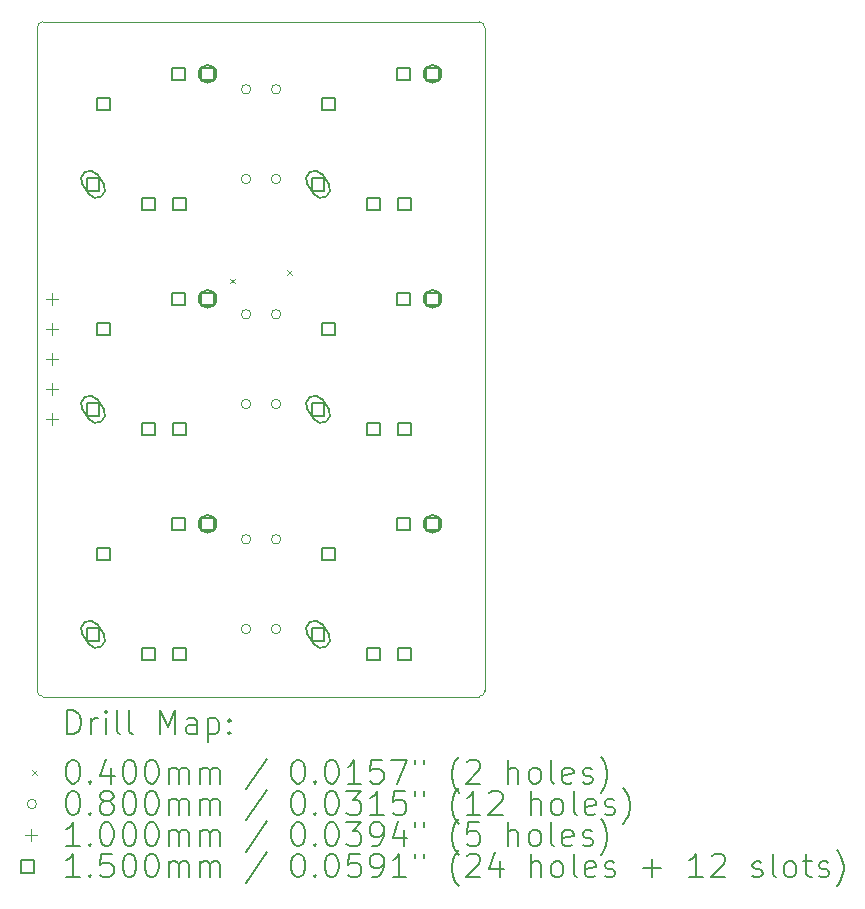
<source format=gbr>
%TF.GenerationSoftware,KiCad,Pcbnew,7.0.5*%
%TF.CreationDate,2023-08-10T21:36:42+08:00*%
%TF.ProjectId,RB,52422e6b-6963-4616-945f-706362585858,rev?*%
%TF.SameCoordinates,Original*%
%TF.FileFunction,Drillmap*%
%TF.FilePolarity,Positive*%
%FSLAX45Y45*%
G04 Gerber Fmt 4.5, Leading zero omitted, Abs format (unit mm)*
G04 Created by KiCad (PCBNEW 7.0.5) date 2023-08-10 21:36:42*
%MOMM*%
%LPD*%
G01*
G04 APERTURE LIST*
%ADD10C,0.100000*%
%ADD11C,0.200000*%
%ADD12C,0.040000*%
%ADD13C,0.080000*%
%ADD14C,0.150000*%
G04 APERTURE END LIST*
D10*
X15103500Y-10205500D02*
G75*
G03*
X15153500Y-10155500I0J50000D01*
G01*
X11413500Y-4490500D02*
G75*
G03*
X11363500Y-4540500I0J-50000D01*
G01*
X15153500Y-10155500D02*
X15153500Y-4540500D01*
X15103500Y-4490500D02*
X11413500Y-4490500D01*
X15153500Y-4540500D02*
G75*
G03*
X15103500Y-4490500I-50000J0D01*
G01*
X11363500Y-10155500D02*
G75*
G03*
X11413500Y-10205500I50000J0D01*
G01*
X15103500Y-10205500D02*
X11413500Y-10205500D01*
X11363500Y-4540500D02*
X11363500Y-10155500D01*
D11*
D12*
X12999000Y-6666000D02*
X13039000Y-6706000D01*
X13039000Y-6666000D02*
X12999000Y-6706000D01*
X13478000Y-6594000D02*
X13518000Y-6634000D01*
X13518000Y-6594000D02*
X13478000Y-6634000D01*
D13*
X13171500Y-5063000D02*
G75*
G03*
X13171500Y-5063000I-40000J0D01*
G01*
X13171500Y-5823000D02*
G75*
G03*
X13171500Y-5823000I-40000J0D01*
G01*
X13171500Y-6968000D02*
G75*
G03*
X13171500Y-6968000I-40000J0D01*
G01*
X13171500Y-7728000D02*
G75*
G03*
X13171500Y-7728000I-40000J0D01*
G01*
X13171500Y-8873000D02*
G75*
G03*
X13171500Y-8873000I-40000J0D01*
G01*
X13171500Y-9633000D02*
G75*
G03*
X13171500Y-9633000I-40000J0D01*
G01*
X13425500Y-5063000D02*
G75*
G03*
X13425500Y-5063000I-40000J0D01*
G01*
X13425500Y-5823000D02*
G75*
G03*
X13425500Y-5823000I-40000J0D01*
G01*
X13425500Y-6968000D02*
G75*
G03*
X13425500Y-6968000I-40000J0D01*
G01*
X13425500Y-7728000D02*
G75*
G03*
X13425500Y-7728000I-40000J0D01*
G01*
X13425500Y-8873000D02*
G75*
G03*
X13425500Y-8873000I-40000J0D01*
G01*
X13425500Y-9633000D02*
G75*
G03*
X13425500Y-9633000I-40000J0D01*
G01*
D10*
X11490000Y-6790000D02*
X11490000Y-6890000D01*
X11440000Y-6840000D02*
X11540000Y-6840000D01*
X11490000Y-7044000D02*
X11490000Y-7144000D01*
X11440000Y-7094000D02*
X11540000Y-7094000D01*
X11490000Y-7298000D02*
X11490000Y-7398000D01*
X11440000Y-7348000D02*
X11540000Y-7348000D01*
X11490000Y-7552000D02*
X11490000Y-7652000D01*
X11440000Y-7602000D02*
X11540000Y-7602000D01*
X11490000Y-7806000D02*
X11490000Y-7906000D01*
X11440000Y-7856000D02*
X11540000Y-7856000D01*
D14*
X11889033Y-5921033D02*
X11889033Y-5814966D01*
X11782966Y-5814966D01*
X11782966Y-5921033D01*
X11889033Y-5921033D01*
D11*
X11926139Y-5867984D02*
X11870654Y-5784789D01*
X11870654Y-5784789D02*
G75*
G03*
X11745861Y-5868016I-62397J-41613D01*
G01*
X11745861Y-5868016D02*
X11801346Y-5951211D01*
X11801346Y-5951211D02*
G75*
G03*
X11926139Y-5867984I62397J41613D01*
G01*
D14*
X11889033Y-7826033D02*
X11889033Y-7719966D01*
X11782966Y-7719966D01*
X11782966Y-7826033D01*
X11889033Y-7826033D01*
D11*
X11926139Y-7772984D02*
X11870654Y-7689789D01*
X11870654Y-7689789D02*
G75*
G03*
X11745861Y-7773016I-62397J-41613D01*
G01*
X11745861Y-7773016D02*
X11801346Y-7856211D01*
X11801346Y-7856211D02*
G75*
G03*
X11926139Y-7772984I62397J41613D01*
G01*
D14*
X11889033Y-9731034D02*
X11889033Y-9624967D01*
X11782966Y-9624967D01*
X11782966Y-9731034D01*
X11889033Y-9731034D01*
D11*
X11926139Y-9677984D02*
X11870654Y-9594789D01*
X11870654Y-9594789D02*
G75*
G03*
X11745861Y-9678016I-62397J-41613D01*
G01*
X11745861Y-9678016D02*
X11801346Y-9761211D01*
X11801346Y-9761211D02*
G75*
G03*
X11926139Y-9677984I62397J41613D01*
G01*
D14*
X11978033Y-5242034D02*
X11978033Y-5135967D01*
X11871966Y-5135967D01*
X11871966Y-5242034D01*
X11978033Y-5242034D01*
X11978033Y-7147033D02*
X11978033Y-7040966D01*
X11871966Y-7040966D01*
X11871966Y-7147033D01*
X11978033Y-7147033D01*
X11978033Y-9052034D02*
X11978033Y-8945967D01*
X11871966Y-8945967D01*
X11871966Y-9052034D01*
X11978033Y-9052034D01*
X12359033Y-6086033D02*
X12359033Y-5979966D01*
X12252966Y-5979966D01*
X12252966Y-6086033D01*
X12359033Y-6086033D01*
X12359033Y-7991033D02*
X12359033Y-7884966D01*
X12252966Y-7884966D01*
X12252966Y-7991033D01*
X12359033Y-7991033D01*
X12359033Y-9896034D02*
X12359033Y-9789967D01*
X12252966Y-9789967D01*
X12252966Y-9896034D01*
X12359033Y-9896034D01*
X12613033Y-4986034D02*
X12613033Y-4879967D01*
X12506966Y-4879967D01*
X12506966Y-4986034D01*
X12613033Y-4986034D01*
X12613033Y-6891033D02*
X12613033Y-6784966D01*
X12506966Y-6784966D01*
X12506966Y-6891033D01*
X12613033Y-6891033D01*
X12613033Y-8796034D02*
X12613033Y-8689967D01*
X12506966Y-8689967D01*
X12506966Y-8796034D01*
X12613033Y-8796034D01*
X12619033Y-6086033D02*
X12619033Y-5979966D01*
X12512966Y-5979966D01*
X12512966Y-6086033D01*
X12619033Y-6086033D01*
X12619033Y-7991033D02*
X12619033Y-7884966D01*
X12512966Y-7884966D01*
X12512966Y-7991033D01*
X12619033Y-7991033D01*
X12619033Y-9896034D02*
X12619033Y-9789967D01*
X12512966Y-9789967D01*
X12512966Y-9896034D01*
X12619033Y-9896034D01*
X12859033Y-4986034D02*
X12859033Y-4879967D01*
X12752966Y-4879967D01*
X12752966Y-4986034D01*
X12859033Y-4986034D01*
D11*
X12881000Y-4933000D02*
X12881000Y-4933000D01*
X12881000Y-4933000D02*
G75*
G03*
X12731000Y-4933000I-75000J0D01*
G01*
X12731000Y-4933000D02*
X12731000Y-4933000D01*
X12731000Y-4933000D02*
G75*
G03*
X12881000Y-4933000I75000J0D01*
G01*
D14*
X12859033Y-6891033D02*
X12859033Y-6784966D01*
X12752966Y-6784966D01*
X12752966Y-6891033D01*
X12859033Y-6891033D01*
D11*
X12881000Y-6838000D02*
X12881000Y-6838000D01*
X12881000Y-6838000D02*
G75*
G03*
X12731000Y-6838000I-75000J0D01*
G01*
X12731000Y-6838000D02*
X12731000Y-6838000D01*
X12731000Y-6838000D02*
G75*
G03*
X12881000Y-6838000I75000J0D01*
G01*
D14*
X12859033Y-8796034D02*
X12859033Y-8689967D01*
X12752966Y-8689967D01*
X12752966Y-8796034D01*
X12859033Y-8796034D01*
D11*
X12881000Y-8743000D02*
X12881000Y-8743000D01*
X12881000Y-8743000D02*
G75*
G03*
X12731000Y-8743000I-75000J0D01*
G01*
X12731000Y-8743000D02*
X12731000Y-8743000D01*
X12731000Y-8743000D02*
G75*
G03*
X12881000Y-8743000I75000J0D01*
G01*
D14*
X13794033Y-5921033D02*
X13794033Y-5814966D01*
X13687966Y-5814966D01*
X13687966Y-5921033D01*
X13794033Y-5921033D01*
D11*
X13831139Y-5867984D02*
X13775654Y-5784789D01*
X13775654Y-5784789D02*
G75*
G03*
X13650861Y-5868016I-62397J-41613D01*
G01*
X13650861Y-5868016D02*
X13706346Y-5951211D01*
X13706346Y-5951211D02*
G75*
G03*
X13831139Y-5867984I62397J41613D01*
G01*
D14*
X13794033Y-7826033D02*
X13794033Y-7719966D01*
X13687966Y-7719966D01*
X13687966Y-7826033D01*
X13794033Y-7826033D01*
D11*
X13831139Y-7772984D02*
X13775654Y-7689789D01*
X13775654Y-7689789D02*
G75*
G03*
X13650861Y-7773016I-62397J-41613D01*
G01*
X13650861Y-7773016D02*
X13706346Y-7856211D01*
X13706346Y-7856211D02*
G75*
G03*
X13831139Y-7772984I62397J41613D01*
G01*
D14*
X13794033Y-9731034D02*
X13794033Y-9624967D01*
X13687966Y-9624967D01*
X13687966Y-9731034D01*
X13794033Y-9731034D01*
D11*
X13831139Y-9677984D02*
X13775654Y-9594789D01*
X13775654Y-9594789D02*
G75*
G03*
X13650861Y-9678016I-62397J-41613D01*
G01*
X13650861Y-9678016D02*
X13706346Y-9761211D01*
X13706346Y-9761211D02*
G75*
G03*
X13831139Y-9677984I62397J41613D01*
G01*
D14*
X13883033Y-5242034D02*
X13883033Y-5135967D01*
X13776966Y-5135967D01*
X13776966Y-5242034D01*
X13883033Y-5242034D01*
X13883033Y-7147033D02*
X13883033Y-7040966D01*
X13776966Y-7040966D01*
X13776966Y-7147033D01*
X13883033Y-7147033D01*
X13883033Y-9052034D02*
X13883033Y-8945967D01*
X13776966Y-8945967D01*
X13776966Y-9052034D01*
X13883033Y-9052034D01*
X14264033Y-6086033D02*
X14264033Y-5979966D01*
X14157966Y-5979966D01*
X14157966Y-6086033D01*
X14264033Y-6086033D01*
X14264033Y-7991033D02*
X14264033Y-7884966D01*
X14157966Y-7884966D01*
X14157966Y-7991033D01*
X14264033Y-7991033D01*
X14264033Y-9896034D02*
X14264033Y-9789967D01*
X14157966Y-9789967D01*
X14157966Y-9896034D01*
X14264033Y-9896034D01*
X14518033Y-4986034D02*
X14518033Y-4879967D01*
X14411966Y-4879967D01*
X14411966Y-4986034D01*
X14518033Y-4986034D01*
X14518033Y-6891033D02*
X14518033Y-6784966D01*
X14411966Y-6784966D01*
X14411966Y-6891033D01*
X14518033Y-6891033D01*
X14518033Y-8796034D02*
X14518033Y-8689967D01*
X14411966Y-8689967D01*
X14411966Y-8796034D01*
X14518033Y-8796034D01*
X14524033Y-6086033D02*
X14524033Y-5979966D01*
X14417966Y-5979966D01*
X14417966Y-6086033D01*
X14524033Y-6086033D01*
X14524033Y-7991033D02*
X14524033Y-7884966D01*
X14417966Y-7884966D01*
X14417966Y-7991033D01*
X14524033Y-7991033D01*
X14524033Y-9896034D02*
X14524033Y-9789967D01*
X14417966Y-9789967D01*
X14417966Y-9896034D01*
X14524033Y-9896034D01*
X14764033Y-4986034D02*
X14764033Y-4879967D01*
X14657966Y-4879967D01*
X14657966Y-4986034D01*
X14764033Y-4986034D01*
D11*
X14786000Y-4933000D02*
X14786000Y-4933000D01*
X14786000Y-4933000D02*
G75*
G03*
X14636000Y-4933000I-75000J0D01*
G01*
X14636000Y-4933000D02*
X14636000Y-4933000D01*
X14636000Y-4933000D02*
G75*
G03*
X14786000Y-4933000I75000J0D01*
G01*
D14*
X14764033Y-6891033D02*
X14764033Y-6784966D01*
X14657966Y-6784966D01*
X14657966Y-6891033D01*
X14764033Y-6891033D01*
D11*
X14786000Y-6838000D02*
X14786000Y-6838000D01*
X14786000Y-6838000D02*
G75*
G03*
X14636000Y-6838000I-75000J0D01*
G01*
X14636000Y-6838000D02*
X14636000Y-6838000D01*
X14636000Y-6838000D02*
G75*
G03*
X14786000Y-6838000I75000J0D01*
G01*
D14*
X14764033Y-8796034D02*
X14764033Y-8689967D01*
X14657966Y-8689967D01*
X14657966Y-8796034D01*
X14764033Y-8796034D01*
D11*
X14786000Y-8743000D02*
X14786000Y-8743000D01*
X14786000Y-8743000D02*
G75*
G03*
X14636000Y-8743000I-75000J0D01*
G01*
X14636000Y-8743000D02*
X14636000Y-8743000D01*
X14636000Y-8743000D02*
G75*
G03*
X14786000Y-8743000I75000J0D01*
G01*
X11619277Y-10521984D02*
X11619277Y-10321984D01*
X11619277Y-10321984D02*
X11666896Y-10321984D01*
X11666896Y-10321984D02*
X11695467Y-10331508D01*
X11695467Y-10331508D02*
X11714515Y-10350555D01*
X11714515Y-10350555D02*
X11724039Y-10369603D01*
X11724039Y-10369603D02*
X11733562Y-10407698D01*
X11733562Y-10407698D02*
X11733562Y-10436270D01*
X11733562Y-10436270D02*
X11724039Y-10474365D01*
X11724039Y-10474365D02*
X11714515Y-10493412D01*
X11714515Y-10493412D02*
X11695467Y-10512460D01*
X11695467Y-10512460D02*
X11666896Y-10521984D01*
X11666896Y-10521984D02*
X11619277Y-10521984D01*
X11819277Y-10521984D02*
X11819277Y-10388650D01*
X11819277Y-10426746D02*
X11828801Y-10407698D01*
X11828801Y-10407698D02*
X11838324Y-10398174D01*
X11838324Y-10398174D02*
X11857372Y-10388650D01*
X11857372Y-10388650D02*
X11876420Y-10388650D01*
X11943086Y-10521984D02*
X11943086Y-10388650D01*
X11943086Y-10321984D02*
X11933562Y-10331508D01*
X11933562Y-10331508D02*
X11943086Y-10341031D01*
X11943086Y-10341031D02*
X11952610Y-10331508D01*
X11952610Y-10331508D02*
X11943086Y-10321984D01*
X11943086Y-10321984D02*
X11943086Y-10341031D01*
X12066896Y-10521984D02*
X12047848Y-10512460D01*
X12047848Y-10512460D02*
X12038324Y-10493412D01*
X12038324Y-10493412D02*
X12038324Y-10321984D01*
X12171658Y-10521984D02*
X12152610Y-10512460D01*
X12152610Y-10512460D02*
X12143086Y-10493412D01*
X12143086Y-10493412D02*
X12143086Y-10321984D01*
X12400229Y-10521984D02*
X12400229Y-10321984D01*
X12400229Y-10321984D02*
X12466896Y-10464841D01*
X12466896Y-10464841D02*
X12533562Y-10321984D01*
X12533562Y-10321984D02*
X12533562Y-10521984D01*
X12714515Y-10521984D02*
X12714515Y-10417222D01*
X12714515Y-10417222D02*
X12704991Y-10398174D01*
X12704991Y-10398174D02*
X12685943Y-10388650D01*
X12685943Y-10388650D02*
X12647848Y-10388650D01*
X12647848Y-10388650D02*
X12628801Y-10398174D01*
X12714515Y-10512460D02*
X12695467Y-10521984D01*
X12695467Y-10521984D02*
X12647848Y-10521984D01*
X12647848Y-10521984D02*
X12628801Y-10512460D01*
X12628801Y-10512460D02*
X12619277Y-10493412D01*
X12619277Y-10493412D02*
X12619277Y-10474365D01*
X12619277Y-10474365D02*
X12628801Y-10455317D01*
X12628801Y-10455317D02*
X12647848Y-10445793D01*
X12647848Y-10445793D02*
X12695467Y-10445793D01*
X12695467Y-10445793D02*
X12714515Y-10436270D01*
X12809753Y-10388650D02*
X12809753Y-10588650D01*
X12809753Y-10398174D02*
X12828801Y-10388650D01*
X12828801Y-10388650D02*
X12866896Y-10388650D01*
X12866896Y-10388650D02*
X12885943Y-10398174D01*
X12885943Y-10398174D02*
X12895467Y-10407698D01*
X12895467Y-10407698D02*
X12904991Y-10426746D01*
X12904991Y-10426746D02*
X12904991Y-10483889D01*
X12904991Y-10483889D02*
X12895467Y-10502936D01*
X12895467Y-10502936D02*
X12885943Y-10512460D01*
X12885943Y-10512460D02*
X12866896Y-10521984D01*
X12866896Y-10521984D02*
X12828801Y-10521984D01*
X12828801Y-10521984D02*
X12809753Y-10512460D01*
X12990705Y-10502936D02*
X13000229Y-10512460D01*
X13000229Y-10512460D02*
X12990705Y-10521984D01*
X12990705Y-10521984D02*
X12981182Y-10512460D01*
X12981182Y-10512460D02*
X12990705Y-10502936D01*
X12990705Y-10502936D02*
X12990705Y-10521984D01*
X12990705Y-10398174D02*
X13000229Y-10407698D01*
X13000229Y-10407698D02*
X12990705Y-10417222D01*
X12990705Y-10417222D02*
X12981182Y-10407698D01*
X12981182Y-10407698D02*
X12990705Y-10398174D01*
X12990705Y-10398174D02*
X12990705Y-10417222D01*
D12*
X11318500Y-10830500D02*
X11358500Y-10870500D01*
X11358500Y-10830500D02*
X11318500Y-10870500D01*
D11*
X11657372Y-10741984D02*
X11676420Y-10741984D01*
X11676420Y-10741984D02*
X11695467Y-10751508D01*
X11695467Y-10751508D02*
X11704991Y-10761031D01*
X11704991Y-10761031D02*
X11714515Y-10780079D01*
X11714515Y-10780079D02*
X11724039Y-10818174D01*
X11724039Y-10818174D02*
X11724039Y-10865793D01*
X11724039Y-10865793D02*
X11714515Y-10903889D01*
X11714515Y-10903889D02*
X11704991Y-10922936D01*
X11704991Y-10922936D02*
X11695467Y-10932460D01*
X11695467Y-10932460D02*
X11676420Y-10941984D01*
X11676420Y-10941984D02*
X11657372Y-10941984D01*
X11657372Y-10941984D02*
X11638324Y-10932460D01*
X11638324Y-10932460D02*
X11628801Y-10922936D01*
X11628801Y-10922936D02*
X11619277Y-10903889D01*
X11619277Y-10903889D02*
X11609753Y-10865793D01*
X11609753Y-10865793D02*
X11609753Y-10818174D01*
X11609753Y-10818174D02*
X11619277Y-10780079D01*
X11619277Y-10780079D02*
X11628801Y-10761031D01*
X11628801Y-10761031D02*
X11638324Y-10751508D01*
X11638324Y-10751508D02*
X11657372Y-10741984D01*
X11809753Y-10922936D02*
X11819277Y-10932460D01*
X11819277Y-10932460D02*
X11809753Y-10941984D01*
X11809753Y-10941984D02*
X11800229Y-10932460D01*
X11800229Y-10932460D02*
X11809753Y-10922936D01*
X11809753Y-10922936D02*
X11809753Y-10941984D01*
X11990705Y-10808650D02*
X11990705Y-10941984D01*
X11943086Y-10732460D02*
X11895467Y-10875317D01*
X11895467Y-10875317D02*
X12019277Y-10875317D01*
X12133562Y-10741984D02*
X12152610Y-10741984D01*
X12152610Y-10741984D02*
X12171658Y-10751508D01*
X12171658Y-10751508D02*
X12181182Y-10761031D01*
X12181182Y-10761031D02*
X12190705Y-10780079D01*
X12190705Y-10780079D02*
X12200229Y-10818174D01*
X12200229Y-10818174D02*
X12200229Y-10865793D01*
X12200229Y-10865793D02*
X12190705Y-10903889D01*
X12190705Y-10903889D02*
X12181182Y-10922936D01*
X12181182Y-10922936D02*
X12171658Y-10932460D01*
X12171658Y-10932460D02*
X12152610Y-10941984D01*
X12152610Y-10941984D02*
X12133562Y-10941984D01*
X12133562Y-10941984D02*
X12114515Y-10932460D01*
X12114515Y-10932460D02*
X12104991Y-10922936D01*
X12104991Y-10922936D02*
X12095467Y-10903889D01*
X12095467Y-10903889D02*
X12085943Y-10865793D01*
X12085943Y-10865793D02*
X12085943Y-10818174D01*
X12085943Y-10818174D02*
X12095467Y-10780079D01*
X12095467Y-10780079D02*
X12104991Y-10761031D01*
X12104991Y-10761031D02*
X12114515Y-10751508D01*
X12114515Y-10751508D02*
X12133562Y-10741984D01*
X12324039Y-10741984D02*
X12343086Y-10741984D01*
X12343086Y-10741984D02*
X12362134Y-10751508D01*
X12362134Y-10751508D02*
X12371658Y-10761031D01*
X12371658Y-10761031D02*
X12381182Y-10780079D01*
X12381182Y-10780079D02*
X12390705Y-10818174D01*
X12390705Y-10818174D02*
X12390705Y-10865793D01*
X12390705Y-10865793D02*
X12381182Y-10903889D01*
X12381182Y-10903889D02*
X12371658Y-10922936D01*
X12371658Y-10922936D02*
X12362134Y-10932460D01*
X12362134Y-10932460D02*
X12343086Y-10941984D01*
X12343086Y-10941984D02*
X12324039Y-10941984D01*
X12324039Y-10941984D02*
X12304991Y-10932460D01*
X12304991Y-10932460D02*
X12295467Y-10922936D01*
X12295467Y-10922936D02*
X12285943Y-10903889D01*
X12285943Y-10903889D02*
X12276420Y-10865793D01*
X12276420Y-10865793D02*
X12276420Y-10818174D01*
X12276420Y-10818174D02*
X12285943Y-10780079D01*
X12285943Y-10780079D02*
X12295467Y-10761031D01*
X12295467Y-10761031D02*
X12304991Y-10751508D01*
X12304991Y-10751508D02*
X12324039Y-10741984D01*
X12476420Y-10941984D02*
X12476420Y-10808650D01*
X12476420Y-10827698D02*
X12485943Y-10818174D01*
X12485943Y-10818174D02*
X12504991Y-10808650D01*
X12504991Y-10808650D02*
X12533563Y-10808650D01*
X12533563Y-10808650D02*
X12552610Y-10818174D01*
X12552610Y-10818174D02*
X12562134Y-10837222D01*
X12562134Y-10837222D02*
X12562134Y-10941984D01*
X12562134Y-10837222D02*
X12571658Y-10818174D01*
X12571658Y-10818174D02*
X12590705Y-10808650D01*
X12590705Y-10808650D02*
X12619277Y-10808650D01*
X12619277Y-10808650D02*
X12638324Y-10818174D01*
X12638324Y-10818174D02*
X12647848Y-10837222D01*
X12647848Y-10837222D02*
X12647848Y-10941984D01*
X12743086Y-10941984D02*
X12743086Y-10808650D01*
X12743086Y-10827698D02*
X12752610Y-10818174D01*
X12752610Y-10818174D02*
X12771658Y-10808650D01*
X12771658Y-10808650D02*
X12800229Y-10808650D01*
X12800229Y-10808650D02*
X12819277Y-10818174D01*
X12819277Y-10818174D02*
X12828801Y-10837222D01*
X12828801Y-10837222D02*
X12828801Y-10941984D01*
X12828801Y-10837222D02*
X12838324Y-10818174D01*
X12838324Y-10818174D02*
X12857372Y-10808650D01*
X12857372Y-10808650D02*
X12885943Y-10808650D01*
X12885943Y-10808650D02*
X12904991Y-10818174D01*
X12904991Y-10818174D02*
X12914515Y-10837222D01*
X12914515Y-10837222D02*
X12914515Y-10941984D01*
X13304991Y-10732460D02*
X13133563Y-10989603D01*
X13562134Y-10741984D02*
X13581182Y-10741984D01*
X13581182Y-10741984D02*
X13600229Y-10751508D01*
X13600229Y-10751508D02*
X13609753Y-10761031D01*
X13609753Y-10761031D02*
X13619277Y-10780079D01*
X13619277Y-10780079D02*
X13628801Y-10818174D01*
X13628801Y-10818174D02*
X13628801Y-10865793D01*
X13628801Y-10865793D02*
X13619277Y-10903889D01*
X13619277Y-10903889D02*
X13609753Y-10922936D01*
X13609753Y-10922936D02*
X13600229Y-10932460D01*
X13600229Y-10932460D02*
X13581182Y-10941984D01*
X13581182Y-10941984D02*
X13562134Y-10941984D01*
X13562134Y-10941984D02*
X13543086Y-10932460D01*
X13543086Y-10932460D02*
X13533563Y-10922936D01*
X13533563Y-10922936D02*
X13524039Y-10903889D01*
X13524039Y-10903889D02*
X13514515Y-10865793D01*
X13514515Y-10865793D02*
X13514515Y-10818174D01*
X13514515Y-10818174D02*
X13524039Y-10780079D01*
X13524039Y-10780079D02*
X13533563Y-10761031D01*
X13533563Y-10761031D02*
X13543086Y-10751508D01*
X13543086Y-10751508D02*
X13562134Y-10741984D01*
X13714515Y-10922936D02*
X13724039Y-10932460D01*
X13724039Y-10932460D02*
X13714515Y-10941984D01*
X13714515Y-10941984D02*
X13704991Y-10932460D01*
X13704991Y-10932460D02*
X13714515Y-10922936D01*
X13714515Y-10922936D02*
X13714515Y-10941984D01*
X13847848Y-10741984D02*
X13866896Y-10741984D01*
X13866896Y-10741984D02*
X13885944Y-10751508D01*
X13885944Y-10751508D02*
X13895467Y-10761031D01*
X13895467Y-10761031D02*
X13904991Y-10780079D01*
X13904991Y-10780079D02*
X13914515Y-10818174D01*
X13914515Y-10818174D02*
X13914515Y-10865793D01*
X13914515Y-10865793D02*
X13904991Y-10903889D01*
X13904991Y-10903889D02*
X13895467Y-10922936D01*
X13895467Y-10922936D02*
X13885944Y-10932460D01*
X13885944Y-10932460D02*
X13866896Y-10941984D01*
X13866896Y-10941984D02*
X13847848Y-10941984D01*
X13847848Y-10941984D02*
X13828801Y-10932460D01*
X13828801Y-10932460D02*
X13819277Y-10922936D01*
X13819277Y-10922936D02*
X13809753Y-10903889D01*
X13809753Y-10903889D02*
X13800229Y-10865793D01*
X13800229Y-10865793D02*
X13800229Y-10818174D01*
X13800229Y-10818174D02*
X13809753Y-10780079D01*
X13809753Y-10780079D02*
X13819277Y-10761031D01*
X13819277Y-10761031D02*
X13828801Y-10751508D01*
X13828801Y-10751508D02*
X13847848Y-10741984D01*
X14104991Y-10941984D02*
X13990706Y-10941984D01*
X14047848Y-10941984D02*
X14047848Y-10741984D01*
X14047848Y-10741984D02*
X14028801Y-10770555D01*
X14028801Y-10770555D02*
X14009753Y-10789603D01*
X14009753Y-10789603D02*
X13990706Y-10799127D01*
X14285944Y-10741984D02*
X14190706Y-10741984D01*
X14190706Y-10741984D02*
X14181182Y-10837222D01*
X14181182Y-10837222D02*
X14190706Y-10827698D01*
X14190706Y-10827698D02*
X14209753Y-10818174D01*
X14209753Y-10818174D02*
X14257372Y-10818174D01*
X14257372Y-10818174D02*
X14276420Y-10827698D01*
X14276420Y-10827698D02*
X14285944Y-10837222D01*
X14285944Y-10837222D02*
X14295467Y-10856270D01*
X14295467Y-10856270D02*
X14295467Y-10903889D01*
X14295467Y-10903889D02*
X14285944Y-10922936D01*
X14285944Y-10922936D02*
X14276420Y-10932460D01*
X14276420Y-10932460D02*
X14257372Y-10941984D01*
X14257372Y-10941984D02*
X14209753Y-10941984D01*
X14209753Y-10941984D02*
X14190706Y-10932460D01*
X14190706Y-10932460D02*
X14181182Y-10922936D01*
X14362134Y-10741984D02*
X14495467Y-10741984D01*
X14495467Y-10741984D02*
X14409753Y-10941984D01*
X14562134Y-10741984D02*
X14562134Y-10780079D01*
X14638325Y-10741984D02*
X14638325Y-10780079D01*
X14933563Y-11018174D02*
X14924039Y-11008650D01*
X14924039Y-11008650D02*
X14904991Y-10980079D01*
X14904991Y-10980079D02*
X14895468Y-10961031D01*
X14895468Y-10961031D02*
X14885944Y-10932460D01*
X14885944Y-10932460D02*
X14876420Y-10884841D01*
X14876420Y-10884841D02*
X14876420Y-10846746D01*
X14876420Y-10846746D02*
X14885944Y-10799127D01*
X14885944Y-10799127D02*
X14895468Y-10770555D01*
X14895468Y-10770555D02*
X14904991Y-10751508D01*
X14904991Y-10751508D02*
X14924039Y-10722936D01*
X14924039Y-10722936D02*
X14933563Y-10713412D01*
X15000229Y-10761031D02*
X15009753Y-10751508D01*
X15009753Y-10751508D02*
X15028801Y-10741984D01*
X15028801Y-10741984D02*
X15076420Y-10741984D01*
X15076420Y-10741984D02*
X15095468Y-10751508D01*
X15095468Y-10751508D02*
X15104991Y-10761031D01*
X15104991Y-10761031D02*
X15114515Y-10780079D01*
X15114515Y-10780079D02*
X15114515Y-10799127D01*
X15114515Y-10799127D02*
X15104991Y-10827698D01*
X15104991Y-10827698D02*
X14990706Y-10941984D01*
X14990706Y-10941984D02*
X15114515Y-10941984D01*
X15352610Y-10941984D02*
X15352610Y-10741984D01*
X15438325Y-10941984D02*
X15438325Y-10837222D01*
X15438325Y-10837222D02*
X15428801Y-10818174D01*
X15428801Y-10818174D02*
X15409753Y-10808650D01*
X15409753Y-10808650D02*
X15381182Y-10808650D01*
X15381182Y-10808650D02*
X15362134Y-10818174D01*
X15362134Y-10818174D02*
X15352610Y-10827698D01*
X15562134Y-10941984D02*
X15543087Y-10932460D01*
X15543087Y-10932460D02*
X15533563Y-10922936D01*
X15533563Y-10922936D02*
X15524039Y-10903889D01*
X15524039Y-10903889D02*
X15524039Y-10846746D01*
X15524039Y-10846746D02*
X15533563Y-10827698D01*
X15533563Y-10827698D02*
X15543087Y-10818174D01*
X15543087Y-10818174D02*
X15562134Y-10808650D01*
X15562134Y-10808650D02*
X15590706Y-10808650D01*
X15590706Y-10808650D02*
X15609753Y-10818174D01*
X15609753Y-10818174D02*
X15619277Y-10827698D01*
X15619277Y-10827698D02*
X15628801Y-10846746D01*
X15628801Y-10846746D02*
X15628801Y-10903889D01*
X15628801Y-10903889D02*
X15619277Y-10922936D01*
X15619277Y-10922936D02*
X15609753Y-10932460D01*
X15609753Y-10932460D02*
X15590706Y-10941984D01*
X15590706Y-10941984D02*
X15562134Y-10941984D01*
X15743087Y-10941984D02*
X15724039Y-10932460D01*
X15724039Y-10932460D02*
X15714515Y-10913412D01*
X15714515Y-10913412D02*
X15714515Y-10741984D01*
X15895468Y-10932460D02*
X15876420Y-10941984D01*
X15876420Y-10941984D02*
X15838325Y-10941984D01*
X15838325Y-10941984D02*
X15819277Y-10932460D01*
X15819277Y-10932460D02*
X15809753Y-10913412D01*
X15809753Y-10913412D02*
X15809753Y-10837222D01*
X15809753Y-10837222D02*
X15819277Y-10818174D01*
X15819277Y-10818174D02*
X15838325Y-10808650D01*
X15838325Y-10808650D02*
X15876420Y-10808650D01*
X15876420Y-10808650D02*
X15895468Y-10818174D01*
X15895468Y-10818174D02*
X15904991Y-10837222D01*
X15904991Y-10837222D02*
X15904991Y-10856270D01*
X15904991Y-10856270D02*
X15809753Y-10875317D01*
X15981182Y-10932460D02*
X16000230Y-10941984D01*
X16000230Y-10941984D02*
X16038325Y-10941984D01*
X16038325Y-10941984D02*
X16057372Y-10932460D01*
X16057372Y-10932460D02*
X16066896Y-10913412D01*
X16066896Y-10913412D02*
X16066896Y-10903889D01*
X16066896Y-10903889D02*
X16057372Y-10884841D01*
X16057372Y-10884841D02*
X16038325Y-10875317D01*
X16038325Y-10875317D02*
X16009753Y-10875317D01*
X16009753Y-10875317D02*
X15990706Y-10865793D01*
X15990706Y-10865793D02*
X15981182Y-10846746D01*
X15981182Y-10846746D02*
X15981182Y-10837222D01*
X15981182Y-10837222D02*
X15990706Y-10818174D01*
X15990706Y-10818174D02*
X16009753Y-10808650D01*
X16009753Y-10808650D02*
X16038325Y-10808650D01*
X16038325Y-10808650D02*
X16057372Y-10818174D01*
X16133563Y-11018174D02*
X16143087Y-11008650D01*
X16143087Y-11008650D02*
X16162134Y-10980079D01*
X16162134Y-10980079D02*
X16171658Y-10961031D01*
X16171658Y-10961031D02*
X16181182Y-10932460D01*
X16181182Y-10932460D02*
X16190706Y-10884841D01*
X16190706Y-10884841D02*
X16190706Y-10846746D01*
X16190706Y-10846746D02*
X16181182Y-10799127D01*
X16181182Y-10799127D02*
X16171658Y-10770555D01*
X16171658Y-10770555D02*
X16162134Y-10751508D01*
X16162134Y-10751508D02*
X16143087Y-10722936D01*
X16143087Y-10722936D02*
X16133563Y-10713412D01*
D13*
X11358500Y-11114500D02*
G75*
G03*
X11358500Y-11114500I-40000J0D01*
G01*
D11*
X11657372Y-11005984D02*
X11676420Y-11005984D01*
X11676420Y-11005984D02*
X11695467Y-11015508D01*
X11695467Y-11015508D02*
X11704991Y-11025031D01*
X11704991Y-11025031D02*
X11714515Y-11044079D01*
X11714515Y-11044079D02*
X11724039Y-11082174D01*
X11724039Y-11082174D02*
X11724039Y-11129793D01*
X11724039Y-11129793D02*
X11714515Y-11167889D01*
X11714515Y-11167889D02*
X11704991Y-11186936D01*
X11704991Y-11186936D02*
X11695467Y-11196460D01*
X11695467Y-11196460D02*
X11676420Y-11205984D01*
X11676420Y-11205984D02*
X11657372Y-11205984D01*
X11657372Y-11205984D02*
X11638324Y-11196460D01*
X11638324Y-11196460D02*
X11628801Y-11186936D01*
X11628801Y-11186936D02*
X11619277Y-11167889D01*
X11619277Y-11167889D02*
X11609753Y-11129793D01*
X11609753Y-11129793D02*
X11609753Y-11082174D01*
X11609753Y-11082174D02*
X11619277Y-11044079D01*
X11619277Y-11044079D02*
X11628801Y-11025031D01*
X11628801Y-11025031D02*
X11638324Y-11015508D01*
X11638324Y-11015508D02*
X11657372Y-11005984D01*
X11809753Y-11186936D02*
X11819277Y-11196460D01*
X11819277Y-11196460D02*
X11809753Y-11205984D01*
X11809753Y-11205984D02*
X11800229Y-11196460D01*
X11800229Y-11196460D02*
X11809753Y-11186936D01*
X11809753Y-11186936D02*
X11809753Y-11205984D01*
X11933562Y-11091698D02*
X11914515Y-11082174D01*
X11914515Y-11082174D02*
X11904991Y-11072650D01*
X11904991Y-11072650D02*
X11895467Y-11053603D01*
X11895467Y-11053603D02*
X11895467Y-11044079D01*
X11895467Y-11044079D02*
X11904991Y-11025031D01*
X11904991Y-11025031D02*
X11914515Y-11015508D01*
X11914515Y-11015508D02*
X11933562Y-11005984D01*
X11933562Y-11005984D02*
X11971658Y-11005984D01*
X11971658Y-11005984D02*
X11990705Y-11015508D01*
X11990705Y-11015508D02*
X12000229Y-11025031D01*
X12000229Y-11025031D02*
X12009753Y-11044079D01*
X12009753Y-11044079D02*
X12009753Y-11053603D01*
X12009753Y-11053603D02*
X12000229Y-11072650D01*
X12000229Y-11072650D02*
X11990705Y-11082174D01*
X11990705Y-11082174D02*
X11971658Y-11091698D01*
X11971658Y-11091698D02*
X11933562Y-11091698D01*
X11933562Y-11091698D02*
X11914515Y-11101222D01*
X11914515Y-11101222D02*
X11904991Y-11110746D01*
X11904991Y-11110746D02*
X11895467Y-11129793D01*
X11895467Y-11129793D02*
X11895467Y-11167889D01*
X11895467Y-11167889D02*
X11904991Y-11186936D01*
X11904991Y-11186936D02*
X11914515Y-11196460D01*
X11914515Y-11196460D02*
X11933562Y-11205984D01*
X11933562Y-11205984D02*
X11971658Y-11205984D01*
X11971658Y-11205984D02*
X11990705Y-11196460D01*
X11990705Y-11196460D02*
X12000229Y-11186936D01*
X12000229Y-11186936D02*
X12009753Y-11167889D01*
X12009753Y-11167889D02*
X12009753Y-11129793D01*
X12009753Y-11129793D02*
X12000229Y-11110746D01*
X12000229Y-11110746D02*
X11990705Y-11101222D01*
X11990705Y-11101222D02*
X11971658Y-11091698D01*
X12133562Y-11005984D02*
X12152610Y-11005984D01*
X12152610Y-11005984D02*
X12171658Y-11015508D01*
X12171658Y-11015508D02*
X12181182Y-11025031D01*
X12181182Y-11025031D02*
X12190705Y-11044079D01*
X12190705Y-11044079D02*
X12200229Y-11082174D01*
X12200229Y-11082174D02*
X12200229Y-11129793D01*
X12200229Y-11129793D02*
X12190705Y-11167889D01*
X12190705Y-11167889D02*
X12181182Y-11186936D01*
X12181182Y-11186936D02*
X12171658Y-11196460D01*
X12171658Y-11196460D02*
X12152610Y-11205984D01*
X12152610Y-11205984D02*
X12133562Y-11205984D01*
X12133562Y-11205984D02*
X12114515Y-11196460D01*
X12114515Y-11196460D02*
X12104991Y-11186936D01*
X12104991Y-11186936D02*
X12095467Y-11167889D01*
X12095467Y-11167889D02*
X12085943Y-11129793D01*
X12085943Y-11129793D02*
X12085943Y-11082174D01*
X12085943Y-11082174D02*
X12095467Y-11044079D01*
X12095467Y-11044079D02*
X12104991Y-11025031D01*
X12104991Y-11025031D02*
X12114515Y-11015508D01*
X12114515Y-11015508D02*
X12133562Y-11005984D01*
X12324039Y-11005984D02*
X12343086Y-11005984D01*
X12343086Y-11005984D02*
X12362134Y-11015508D01*
X12362134Y-11015508D02*
X12371658Y-11025031D01*
X12371658Y-11025031D02*
X12381182Y-11044079D01*
X12381182Y-11044079D02*
X12390705Y-11082174D01*
X12390705Y-11082174D02*
X12390705Y-11129793D01*
X12390705Y-11129793D02*
X12381182Y-11167889D01*
X12381182Y-11167889D02*
X12371658Y-11186936D01*
X12371658Y-11186936D02*
X12362134Y-11196460D01*
X12362134Y-11196460D02*
X12343086Y-11205984D01*
X12343086Y-11205984D02*
X12324039Y-11205984D01*
X12324039Y-11205984D02*
X12304991Y-11196460D01*
X12304991Y-11196460D02*
X12295467Y-11186936D01*
X12295467Y-11186936D02*
X12285943Y-11167889D01*
X12285943Y-11167889D02*
X12276420Y-11129793D01*
X12276420Y-11129793D02*
X12276420Y-11082174D01*
X12276420Y-11082174D02*
X12285943Y-11044079D01*
X12285943Y-11044079D02*
X12295467Y-11025031D01*
X12295467Y-11025031D02*
X12304991Y-11015508D01*
X12304991Y-11015508D02*
X12324039Y-11005984D01*
X12476420Y-11205984D02*
X12476420Y-11072650D01*
X12476420Y-11091698D02*
X12485943Y-11082174D01*
X12485943Y-11082174D02*
X12504991Y-11072650D01*
X12504991Y-11072650D02*
X12533563Y-11072650D01*
X12533563Y-11072650D02*
X12552610Y-11082174D01*
X12552610Y-11082174D02*
X12562134Y-11101222D01*
X12562134Y-11101222D02*
X12562134Y-11205984D01*
X12562134Y-11101222D02*
X12571658Y-11082174D01*
X12571658Y-11082174D02*
X12590705Y-11072650D01*
X12590705Y-11072650D02*
X12619277Y-11072650D01*
X12619277Y-11072650D02*
X12638324Y-11082174D01*
X12638324Y-11082174D02*
X12647848Y-11101222D01*
X12647848Y-11101222D02*
X12647848Y-11205984D01*
X12743086Y-11205984D02*
X12743086Y-11072650D01*
X12743086Y-11091698D02*
X12752610Y-11082174D01*
X12752610Y-11082174D02*
X12771658Y-11072650D01*
X12771658Y-11072650D02*
X12800229Y-11072650D01*
X12800229Y-11072650D02*
X12819277Y-11082174D01*
X12819277Y-11082174D02*
X12828801Y-11101222D01*
X12828801Y-11101222D02*
X12828801Y-11205984D01*
X12828801Y-11101222D02*
X12838324Y-11082174D01*
X12838324Y-11082174D02*
X12857372Y-11072650D01*
X12857372Y-11072650D02*
X12885943Y-11072650D01*
X12885943Y-11072650D02*
X12904991Y-11082174D01*
X12904991Y-11082174D02*
X12914515Y-11101222D01*
X12914515Y-11101222D02*
X12914515Y-11205984D01*
X13304991Y-10996460D02*
X13133563Y-11253603D01*
X13562134Y-11005984D02*
X13581182Y-11005984D01*
X13581182Y-11005984D02*
X13600229Y-11015508D01*
X13600229Y-11015508D02*
X13609753Y-11025031D01*
X13609753Y-11025031D02*
X13619277Y-11044079D01*
X13619277Y-11044079D02*
X13628801Y-11082174D01*
X13628801Y-11082174D02*
X13628801Y-11129793D01*
X13628801Y-11129793D02*
X13619277Y-11167889D01*
X13619277Y-11167889D02*
X13609753Y-11186936D01*
X13609753Y-11186936D02*
X13600229Y-11196460D01*
X13600229Y-11196460D02*
X13581182Y-11205984D01*
X13581182Y-11205984D02*
X13562134Y-11205984D01*
X13562134Y-11205984D02*
X13543086Y-11196460D01*
X13543086Y-11196460D02*
X13533563Y-11186936D01*
X13533563Y-11186936D02*
X13524039Y-11167889D01*
X13524039Y-11167889D02*
X13514515Y-11129793D01*
X13514515Y-11129793D02*
X13514515Y-11082174D01*
X13514515Y-11082174D02*
X13524039Y-11044079D01*
X13524039Y-11044079D02*
X13533563Y-11025031D01*
X13533563Y-11025031D02*
X13543086Y-11015508D01*
X13543086Y-11015508D02*
X13562134Y-11005984D01*
X13714515Y-11186936D02*
X13724039Y-11196460D01*
X13724039Y-11196460D02*
X13714515Y-11205984D01*
X13714515Y-11205984D02*
X13704991Y-11196460D01*
X13704991Y-11196460D02*
X13714515Y-11186936D01*
X13714515Y-11186936D02*
X13714515Y-11205984D01*
X13847848Y-11005984D02*
X13866896Y-11005984D01*
X13866896Y-11005984D02*
X13885944Y-11015508D01*
X13885944Y-11015508D02*
X13895467Y-11025031D01*
X13895467Y-11025031D02*
X13904991Y-11044079D01*
X13904991Y-11044079D02*
X13914515Y-11082174D01*
X13914515Y-11082174D02*
X13914515Y-11129793D01*
X13914515Y-11129793D02*
X13904991Y-11167889D01*
X13904991Y-11167889D02*
X13895467Y-11186936D01*
X13895467Y-11186936D02*
X13885944Y-11196460D01*
X13885944Y-11196460D02*
X13866896Y-11205984D01*
X13866896Y-11205984D02*
X13847848Y-11205984D01*
X13847848Y-11205984D02*
X13828801Y-11196460D01*
X13828801Y-11196460D02*
X13819277Y-11186936D01*
X13819277Y-11186936D02*
X13809753Y-11167889D01*
X13809753Y-11167889D02*
X13800229Y-11129793D01*
X13800229Y-11129793D02*
X13800229Y-11082174D01*
X13800229Y-11082174D02*
X13809753Y-11044079D01*
X13809753Y-11044079D02*
X13819277Y-11025031D01*
X13819277Y-11025031D02*
X13828801Y-11015508D01*
X13828801Y-11015508D02*
X13847848Y-11005984D01*
X13981182Y-11005984D02*
X14104991Y-11005984D01*
X14104991Y-11005984D02*
X14038325Y-11082174D01*
X14038325Y-11082174D02*
X14066896Y-11082174D01*
X14066896Y-11082174D02*
X14085944Y-11091698D01*
X14085944Y-11091698D02*
X14095467Y-11101222D01*
X14095467Y-11101222D02*
X14104991Y-11120270D01*
X14104991Y-11120270D02*
X14104991Y-11167889D01*
X14104991Y-11167889D02*
X14095467Y-11186936D01*
X14095467Y-11186936D02*
X14085944Y-11196460D01*
X14085944Y-11196460D02*
X14066896Y-11205984D01*
X14066896Y-11205984D02*
X14009753Y-11205984D01*
X14009753Y-11205984D02*
X13990706Y-11196460D01*
X13990706Y-11196460D02*
X13981182Y-11186936D01*
X14295467Y-11205984D02*
X14181182Y-11205984D01*
X14238325Y-11205984D02*
X14238325Y-11005984D01*
X14238325Y-11005984D02*
X14219277Y-11034555D01*
X14219277Y-11034555D02*
X14200229Y-11053603D01*
X14200229Y-11053603D02*
X14181182Y-11063127D01*
X14476420Y-11005984D02*
X14381182Y-11005984D01*
X14381182Y-11005984D02*
X14371658Y-11101222D01*
X14371658Y-11101222D02*
X14381182Y-11091698D01*
X14381182Y-11091698D02*
X14400229Y-11082174D01*
X14400229Y-11082174D02*
X14447848Y-11082174D01*
X14447848Y-11082174D02*
X14466896Y-11091698D01*
X14466896Y-11091698D02*
X14476420Y-11101222D01*
X14476420Y-11101222D02*
X14485944Y-11120270D01*
X14485944Y-11120270D02*
X14485944Y-11167889D01*
X14485944Y-11167889D02*
X14476420Y-11186936D01*
X14476420Y-11186936D02*
X14466896Y-11196460D01*
X14466896Y-11196460D02*
X14447848Y-11205984D01*
X14447848Y-11205984D02*
X14400229Y-11205984D01*
X14400229Y-11205984D02*
X14381182Y-11196460D01*
X14381182Y-11196460D02*
X14371658Y-11186936D01*
X14562134Y-11005984D02*
X14562134Y-11044079D01*
X14638325Y-11005984D02*
X14638325Y-11044079D01*
X14933563Y-11282174D02*
X14924039Y-11272650D01*
X14924039Y-11272650D02*
X14904991Y-11244079D01*
X14904991Y-11244079D02*
X14895468Y-11225031D01*
X14895468Y-11225031D02*
X14885944Y-11196460D01*
X14885944Y-11196460D02*
X14876420Y-11148841D01*
X14876420Y-11148841D02*
X14876420Y-11110746D01*
X14876420Y-11110746D02*
X14885944Y-11063127D01*
X14885944Y-11063127D02*
X14895468Y-11034555D01*
X14895468Y-11034555D02*
X14904991Y-11015508D01*
X14904991Y-11015508D02*
X14924039Y-10986936D01*
X14924039Y-10986936D02*
X14933563Y-10977412D01*
X15114515Y-11205984D02*
X15000229Y-11205984D01*
X15057372Y-11205984D02*
X15057372Y-11005984D01*
X15057372Y-11005984D02*
X15038325Y-11034555D01*
X15038325Y-11034555D02*
X15019277Y-11053603D01*
X15019277Y-11053603D02*
X15000229Y-11063127D01*
X15190706Y-11025031D02*
X15200229Y-11015508D01*
X15200229Y-11015508D02*
X15219277Y-11005984D01*
X15219277Y-11005984D02*
X15266896Y-11005984D01*
X15266896Y-11005984D02*
X15285944Y-11015508D01*
X15285944Y-11015508D02*
X15295468Y-11025031D01*
X15295468Y-11025031D02*
X15304991Y-11044079D01*
X15304991Y-11044079D02*
X15304991Y-11063127D01*
X15304991Y-11063127D02*
X15295468Y-11091698D01*
X15295468Y-11091698D02*
X15181182Y-11205984D01*
X15181182Y-11205984D02*
X15304991Y-11205984D01*
X15543087Y-11205984D02*
X15543087Y-11005984D01*
X15628801Y-11205984D02*
X15628801Y-11101222D01*
X15628801Y-11101222D02*
X15619277Y-11082174D01*
X15619277Y-11082174D02*
X15600230Y-11072650D01*
X15600230Y-11072650D02*
X15571658Y-11072650D01*
X15571658Y-11072650D02*
X15552610Y-11082174D01*
X15552610Y-11082174D02*
X15543087Y-11091698D01*
X15752610Y-11205984D02*
X15733563Y-11196460D01*
X15733563Y-11196460D02*
X15724039Y-11186936D01*
X15724039Y-11186936D02*
X15714515Y-11167889D01*
X15714515Y-11167889D02*
X15714515Y-11110746D01*
X15714515Y-11110746D02*
X15724039Y-11091698D01*
X15724039Y-11091698D02*
X15733563Y-11082174D01*
X15733563Y-11082174D02*
X15752610Y-11072650D01*
X15752610Y-11072650D02*
X15781182Y-11072650D01*
X15781182Y-11072650D02*
X15800230Y-11082174D01*
X15800230Y-11082174D02*
X15809753Y-11091698D01*
X15809753Y-11091698D02*
X15819277Y-11110746D01*
X15819277Y-11110746D02*
X15819277Y-11167889D01*
X15819277Y-11167889D02*
X15809753Y-11186936D01*
X15809753Y-11186936D02*
X15800230Y-11196460D01*
X15800230Y-11196460D02*
X15781182Y-11205984D01*
X15781182Y-11205984D02*
X15752610Y-11205984D01*
X15933563Y-11205984D02*
X15914515Y-11196460D01*
X15914515Y-11196460D02*
X15904991Y-11177412D01*
X15904991Y-11177412D02*
X15904991Y-11005984D01*
X16085944Y-11196460D02*
X16066896Y-11205984D01*
X16066896Y-11205984D02*
X16028801Y-11205984D01*
X16028801Y-11205984D02*
X16009753Y-11196460D01*
X16009753Y-11196460D02*
X16000230Y-11177412D01*
X16000230Y-11177412D02*
X16000230Y-11101222D01*
X16000230Y-11101222D02*
X16009753Y-11082174D01*
X16009753Y-11082174D02*
X16028801Y-11072650D01*
X16028801Y-11072650D02*
X16066896Y-11072650D01*
X16066896Y-11072650D02*
X16085944Y-11082174D01*
X16085944Y-11082174D02*
X16095468Y-11101222D01*
X16095468Y-11101222D02*
X16095468Y-11120270D01*
X16095468Y-11120270D02*
X16000230Y-11139317D01*
X16171658Y-11196460D02*
X16190706Y-11205984D01*
X16190706Y-11205984D02*
X16228801Y-11205984D01*
X16228801Y-11205984D02*
X16247849Y-11196460D01*
X16247849Y-11196460D02*
X16257372Y-11177412D01*
X16257372Y-11177412D02*
X16257372Y-11167889D01*
X16257372Y-11167889D02*
X16247849Y-11148841D01*
X16247849Y-11148841D02*
X16228801Y-11139317D01*
X16228801Y-11139317D02*
X16200230Y-11139317D01*
X16200230Y-11139317D02*
X16181182Y-11129793D01*
X16181182Y-11129793D02*
X16171658Y-11110746D01*
X16171658Y-11110746D02*
X16171658Y-11101222D01*
X16171658Y-11101222D02*
X16181182Y-11082174D01*
X16181182Y-11082174D02*
X16200230Y-11072650D01*
X16200230Y-11072650D02*
X16228801Y-11072650D01*
X16228801Y-11072650D02*
X16247849Y-11082174D01*
X16324039Y-11282174D02*
X16333563Y-11272650D01*
X16333563Y-11272650D02*
X16352611Y-11244079D01*
X16352611Y-11244079D02*
X16362134Y-11225031D01*
X16362134Y-11225031D02*
X16371658Y-11196460D01*
X16371658Y-11196460D02*
X16381182Y-11148841D01*
X16381182Y-11148841D02*
X16381182Y-11110746D01*
X16381182Y-11110746D02*
X16371658Y-11063127D01*
X16371658Y-11063127D02*
X16362134Y-11034555D01*
X16362134Y-11034555D02*
X16352611Y-11015508D01*
X16352611Y-11015508D02*
X16333563Y-10986936D01*
X16333563Y-10986936D02*
X16324039Y-10977412D01*
D10*
X11308500Y-11328500D02*
X11308500Y-11428500D01*
X11258500Y-11378500D02*
X11358500Y-11378500D01*
D11*
X11724039Y-11469984D02*
X11609753Y-11469984D01*
X11666896Y-11469984D02*
X11666896Y-11269984D01*
X11666896Y-11269984D02*
X11647848Y-11298555D01*
X11647848Y-11298555D02*
X11628801Y-11317603D01*
X11628801Y-11317603D02*
X11609753Y-11327127D01*
X11809753Y-11450936D02*
X11819277Y-11460460D01*
X11819277Y-11460460D02*
X11809753Y-11469984D01*
X11809753Y-11469984D02*
X11800229Y-11460460D01*
X11800229Y-11460460D02*
X11809753Y-11450936D01*
X11809753Y-11450936D02*
X11809753Y-11469984D01*
X11943086Y-11269984D02*
X11962134Y-11269984D01*
X11962134Y-11269984D02*
X11981182Y-11279508D01*
X11981182Y-11279508D02*
X11990705Y-11289031D01*
X11990705Y-11289031D02*
X12000229Y-11308079D01*
X12000229Y-11308079D02*
X12009753Y-11346174D01*
X12009753Y-11346174D02*
X12009753Y-11393793D01*
X12009753Y-11393793D02*
X12000229Y-11431888D01*
X12000229Y-11431888D02*
X11990705Y-11450936D01*
X11990705Y-11450936D02*
X11981182Y-11460460D01*
X11981182Y-11460460D02*
X11962134Y-11469984D01*
X11962134Y-11469984D02*
X11943086Y-11469984D01*
X11943086Y-11469984D02*
X11924039Y-11460460D01*
X11924039Y-11460460D02*
X11914515Y-11450936D01*
X11914515Y-11450936D02*
X11904991Y-11431888D01*
X11904991Y-11431888D02*
X11895467Y-11393793D01*
X11895467Y-11393793D02*
X11895467Y-11346174D01*
X11895467Y-11346174D02*
X11904991Y-11308079D01*
X11904991Y-11308079D02*
X11914515Y-11289031D01*
X11914515Y-11289031D02*
X11924039Y-11279508D01*
X11924039Y-11279508D02*
X11943086Y-11269984D01*
X12133562Y-11269984D02*
X12152610Y-11269984D01*
X12152610Y-11269984D02*
X12171658Y-11279508D01*
X12171658Y-11279508D02*
X12181182Y-11289031D01*
X12181182Y-11289031D02*
X12190705Y-11308079D01*
X12190705Y-11308079D02*
X12200229Y-11346174D01*
X12200229Y-11346174D02*
X12200229Y-11393793D01*
X12200229Y-11393793D02*
X12190705Y-11431888D01*
X12190705Y-11431888D02*
X12181182Y-11450936D01*
X12181182Y-11450936D02*
X12171658Y-11460460D01*
X12171658Y-11460460D02*
X12152610Y-11469984D01*
X12152610Y-11469984D02*
X12133562Y-11469984D01*
X12133562Y-11469984D02*
X12114515Y-11460460D01*
X12114515Y-11460460D02*
X12104991Y-11450936D01*
X12104991Y-11450936D02*
X12095467Y-11431888D01*
X12095467Y-11431888D02*
X12085943Y-11393793D01*
X12085943Y-11393793D02*
X12085943Y-11346174D01*
X12085943Y-11346174D02*
X12095467Y-11308079D01*
X12095467Y-11308079D02*
X12104991Y-11289031D01*
X12104991Y-11289031D02*
X12114515Y-11279508D01*
X12114515Y-11279508D02*
X12133562Y-11269984D01*
X12324039Y-11269984D02*
X12343086Y-11269984D01*
X12343086Y-11269984D02*
X12362134Y-11279508D01*
X12362134Y-11279508D02*
X12371658Y-11289031D01*
X12371658Y-11289031D02*
X12381182Y-11308079D01*
X12381182Y-11308079D02*
X12390705Y-11346174D01*
X12390705Y-11346174D02*
X12390705Y-11393793D01*
X12390705Y-11393793D02*
X12381182Y-11431888D01*
X12381182Y-11431888D02*
X12371658Y-11450936D01*
X12371658Y-11450936D02*
X12362134Y-11460460D01*
X12362134Y-11460460D02*
X12343086Y-11469984D01*
X12343086Y-11469984D02*
X12324039Y-11469984D01*
X12324039Y-11469984D02*
X12304991Y-11460460D01*
X12304991Y-11460460D02*
X12295467Y-11450936D01*
X12295467Y-11450936D02*
X12285943Y-11431888D01*
X12285943Y-11431888D02*
X12276420Y-11393793D01*
X12276420Y-11393793D02*
X12276420Y-11346174D01*
X12276420Y-11346174D02*
X12285943Y-11308079D01*
X12285943Y-11308079D02*
X12295467Y-11289031D01*
X12295467Y-11289031D02*
X12304991Y-11279508D01*
X12304991Y-11279508D02*
X12324039Y-11269984D01*
X12476420Y-11469984D02*
X12476420Y-11336650D01*
X12476420Y-11355698D02*
X12485943Y-11346174D01*
X12485943Y-11346174D02*
X12504991Y-11336650D01*
X12504991Y-11336650D02*
X12533563Y-11336650D01*
X12533563Y-11336650D02*
X12552610Y-11346174D01*
X12552610Y-11346174D02*
X12562134Y-11365222D01*
X12562134Y-11365222D02*
X12562134Y-11469984D01*
X12562134Y-11365222D02*
X12571658Y-11346174D01*
X12571658Y-11346174D02*
X12590705Y-11336650D01*
X12590705Y-11336650D02*
X12619277Y-11336650D01*
X12619277Y-11336650D02*
X12638324Y-11346174D01*
X12638324Y-11346174D02*
X12647848Y-11365222D01*
X12647848Y-11365222D02*
X12647848Y-11469984D01*
X12743086Y-11469984D02*
X12743086Y-11336650D01*
X12743086Y-11355698D02*
X12752610Y-11346174D01*
X12752610Y-11346174D02*
X12771658Y-11336650D01*
X12771658Y-11336650D02*
X12800229Y-11336650D01*
X12800229Y-11336650D02*
X12819277Y-11346174D01*
X12819277Y-11346174D02*
X12828801Y-11365222D01*
X12828801Y-11365222D02*
X12828801Y-11469984D01*
X12828801Y-11365222D02*
X12838324Y-11346174D01*
X12838324Y-11346174D02*
X12857372Y-11336650D01*
X12857372Y-11336650D02*
X12885943Y-11336650D01*
X12885943Y-11336650D02*
X12904991Y-11346174D01*
X12904991Y-11346174D02*
X12914515Y-11365222D01*
X12914515Y-11365222D02*
X12914515Y-11469984D01*
X13304991Y-11260460D02*
X13133563Y-11517603D01*
X13562134Y-11269984D02*
X13581182Y-11269984D01*
X13581182Y-11269984D02*
X13600229Y-11279508D01*
X13600229Y-11279508D02*
X13609753Y-11289031D01*
X13609753Y-11289031D02*
X13619277Y-11308079D01*
X13619277Y-11308079D02*
X13628801Y-11346174D01*
X13628801Y-11346174D02*
X13628801Y-11393793D01*
X13628801Y-11393793D02*
X13619277Y-11431888D01*
X13619277Y-11431888D02*
X13609753Y-11450936D01*
X13609753Y-11450936D02*
X13600229Y-11460460D01*
X13600229Y-11460460D02*
X13581182Y-11469984D01*
X13581182Y-11469984D02*
X13562134Y-11469984D01*
X13562134Y-11469984D02*
X13543086Y-11460460D01*
X13543086Y-11460460D02*
X13533563Y-11450936D01*
X13533563Y-11450936D02*
X13524039Y-11431888D01*
X13524039Y-11431888D02*
X13514515Y-11393793D01*
X13514515Y-11393793D02*
X13514515Y-11346174D01*
X13514515Y-11346174D02*
X13524039Y-11308079D01*
X13524039Y-11308079D02*
X13533563Y-11289031D01*
X13533563Y-11289031D02*
X13543086Y-11279508D01*
X13543086Y-11279508D02*
X13562134Y-11269984D01*
X13714515Y-11450936D02*
X13724039Y-11460460D01*
X13724039Y-11460460D02*
X13714515Y-11469984D01*
X13714515Y-11469984D02*
X13704991Y-11460460D01*
X13704991Y-11460460D02*
X13714515Y-11450936D01*
X13714515Y-11450936D02*
X13714515Y-11469984D01*
X13847848Y-11269984D02*
X13866896Y-11269984D01*
X13866896Y-11269984D02*
X13885944Y-11279508D01*
X13885944Y-11279508D02*
X13895467Y-11289031D01*
X13895467Y-11289031D02*
X13904991Y-11308079D01*
X13904991Y-11308079D02*
X13914515Y-11346174D01*
X13914515Y-11346174D02*
X13914515Y-11393793D01*
X13914515Y-11393793D02*
X13904991Y-11431888D01*
X13904991Y-11431888D02*
X13895467Y-11450936D01*
X13895467Y-11450936D02*
X13885944Y-11460460D01*
X13885944Y-11460460D02*
X13866896Y-11469984D01*
X13866896Y-11469984D02*
X13847848Y-11469984D01*
X13847848Y-11469984D02*
X13828801Y-11460460D01*
X13828801Y-11460460D02*
X13819277Y-11450936D01*
X13819277Y-11450936D02*
X13809753Y-11431888D01*
X13809753Y-11431888D02*
X13800229Y-11393793D01*
X13800229Y-11393793D02*
X13800229Y-11346174D01*
X13800229Y-11346174D02*
X13809753Y-11308079D01*
X13809753Y-11308079D02*
X13819277Y-11289031D01*
X13819277Y-11289031D02*
X13828801Y-11279508D01*
X13828801Y-11279508D02*
X13847848Y-11269984D01*
X13981182Y-11269984D02*
X14104991Y-11269984D01*
X14104991Y-11269984D02*
X14038325Y-11346174D01*
X14038325Y-11346174D02*
X14066896Y-11346174D01*
X14066896Y-11346174D02*
X14085944Y-11355698D01*
X14085944Y-11355698D02*
X14095467Y-11365222D01*
X14095467Y-11365222D02*
X14104991Y-11384269D01*
X14104991Y-11384269D02*
X14104991Y-11431888D01*
X14104991Y-11431888D02*
X14095467Y-11450936D01*
X14095467Y-11450936D02*
X14085944Y-11460460D01*
X14085944Y-11460460D02*
X14066896Y-11469984D01*
X14066896Y-11469984D02*
X14009753Y-11469984D01*
X14009753Y-11469984D02*
X13990706Y-11460460D01*
X13990706Y-11460460D02*
X13981182Y-11450936D01*
X14200229Y-11469984D02*
X14238325Y-11469984D01*
X14238325Y-11469984D02*
X14257372Y-11460460D01*
X14257372Y-11460460D02*
X14266896Y-11450936D01*
X14266896Y-11450936D02*
X14285944Y-11422365D01*
X14285944Y-11422365D02*
X14295467Y-11384269D01*
X14295467Y-11384269D02*
X14295467Y-11308079D01*
X14295467Y-11308079D02*
X14285944Y-11289031D01*
X14285944Y-11289031D02*
X14276420Y-11279508D01*
X14276420Y-11279508D02*
X14257372Y-11269984D01*
X14257372Y-11269984D02*
X14219277Y-11269984D01*
X14219277Y-11269984D02*
X14200229Y-11279508D01*
X14200229Y-11279508D02*
X14190706Y-11289031D01*
X14190706Y-11289031D02*
X14181182Y-11308079D01*
X14181182Y-11308079D02*
X14181182Y-11355698D01*
X14181182Y-11355698D02*
X14190706Y-11374746D01*
X14190706Y-11374746D02*
X14200229Y-11384269D01*
X14200229Y-11384269D02*
X14219277Y-11393793D01*
X14219277Y-11393793D02*
X14257372Y-11393793D01*
X14257372Y-11393793D02*
X14276420Y-11384269D01*
X14276420Y-11384269D02*
X14285944Y-11374746D01*
X14285944Y-11374746D02*
X14295467Y-11355698D01*
X14466896Y-11336650D02*
X14466896Y-11469984D01*
X14419277Y-11260460D02*
X14371658Y-11403317D01*
X14371658Y-11403317D02*
X14495467Y-11403317D01*
X14562134Y-11269984D02*
X14562134Y-11308079D01*
X14638325Y-11269984D02*
X14638325Y-11308079D01*
X14933563Y-11546174D02*
X14924039Y-11536650D01*
X14924039Y-11536650D02*
X14904991Y-11508079D01*
X14904991Y-11508079D02*
X14895468Y-11489031D01*
X14895468Y-11489031D02*
X14885944Y-11460460D01*
X14885944Y-11460460D02*
X14876420Y-11412841D01*
X14876420Y-11412841D02*
X14876420Y-11374746D01*
X14876420Y-11374746D02*
X14885944Y-11327127D01*
X14885944Y-11327127D02*
X14895468Y-11298555D01*
X14895468Y-11298555D02*
X14904991Y-11279508D01*
X14904991Y-11279508D02*
X14924039Y-11250936D01*
X14924039Y-11250936D02*
X14933563Y-11241412D01*
X15104991Y-11269984D02*
X15009753Y-11269984D01*
X15009753Y-11269984D02*
X15000229Y-11365222D01*
X15000229Y-11365222D02*
X15009753Y-11355698D01*
X15009753Y-11355698D02*
X15028801Y-11346174D01*
X15028801Y-11346174D02*
X15076420Y-11346174D01*
X15076420Y-11346174D02*
X15095468Y-11355698D01*
X15095468Y-11355698D02*
X15104991Y-11365222D01*
X15104991Y-11365222D02*
X15114515Y-11384269D01*
X15114515Y-11384269D02*
X15114515Y-11431888D01*
X15114515Y-11431888D02*
X15104991Y-11450936D01*
X15104991Y-11450936D02*
X15095468Y-11460460D01*
X15095468Y-11460460D02*
X15076420Y-11469984D01*
X15076420Y-11469984D02*
X15028801Y-11469984D01*
X15028801Y-11469984D02*
X15009753Y-11460460D01*
X15009753Y-11460460D02*
X15000229Y-11450936D01*
X15352610Y-11469984D02*
X15352610Y-11269984D01*
X15438325Y-11469984D02*
X15438325Y-11365222D01*
X15438325Y-11365222D02*
X15428801Y-11346174D01*
X15428801Y-11346174D02*
X15409753Y-11336650D01*
X15409753Y-11336650D02*
X15381182Y-11336650D01*
X15381182Y-11336650D02*
X15362134Y-11346174D01*
X15362134Y-11346174D02*
X15352610Y-11355698D01*
X15562134Y-11469984D02*
X15543087Y-11460460D01*
X15543087Y-11460460D02*
X15533563Y-11450936D01*
X15533563Y-11450936D02*
X15524039Y-11431888D01*
X15524039Y-11431888D02*
X15524039Y-11374746D01*
X15524039Y-11374746D02*
X15533563Y-11355698D01*
X15533563Y-11355698D02*
X15543087Y-11346174D01*
X15543087Y-11346174D02*
X15562134Y-11336650D01*
X15562134Y-11336650D02*
X15590706Y-11336650D01*
X15590706Y-11336650D02*
X15609753Y-11346174D01*
X15609753Y-11346174D02*
X15619277Y-11355698D01*
X15619277Y-11355698D02*
X15628801Y-11374746D01*
X15628801Y-11374746D02*
X15628801Y-11431888D01*
X15628801Y-11431888D02*
X15619277Y-11450936D01*
X15619277Y-11450936D02*
X15609753Y-11460460D01*
X15609753Y-11460460D02*
X15590706Y-11469984D01*
X15590706Y-11469984D02*
X15562134Y-11469984D01*
X15743087Y-11469984D02*
X15724039Y-11460460D01*
X15724039Y-11460460D02*
X15714515Y-11441412D01*
X15714515Y-11441412D02*
X15714515Y-11269984D01*
X15895468Y-11460460D02*
X15876420Y-11469984D01*
X15876420Y-11469984D02*
X15838325Y-11469984D01*
X15838325Y-11469984D02*
X15819277Y-11460460D01*
X15819277Y-11460460D02*
X15809753Y-11441412D01*
X15809753Y-11441412D02*
X15809753Y-11365222D01*
X15809753Y-11365222D02*
X15819277Y-11346174D01*
X15819277Y-11346174D02*
X15838325Y-11336650D01*
X15838325Y-11336650D02*
X15876420Y-11336650D01*
X15876420Y-11336650D02*
X15895468Y-11346174D01*
X15895468Y-11346174D02*
X15904991Y-11365222D01*
X15904991Y-11365222D02*
X15904991Y-11384269D01*
X15904991Y-11384269D02*
X15809753Y-11403317D01*
X15981182Y-11460460D02*
X16000230Y-11469984D01*
X16000230Y-11469984D02*
X16038325Y-11469984D01*
X16038325Y-11469984D02*
X16057372Y-11460460D01*
X16057372Y-11460460D02*
X16066896Y-11441412D01*
X16066896Y-11441412D02*
X16066896Y-11431888D01*
X16066896Y-11431888D02*
X16057372Y-11412841D01*
X16057372Y-11412841D02*
X16038325Y-11403317D01*
X16038325Y-11403317D02*
X16009753Y-11403317D01*
X16009753Y-11403317D02*
X15990706Y-11393793D01*
X15990706Y-11393793D02*
X15981182Y-11374746D01*
X15981182Y-11374746D02*
X15981182Y-11365222D01*
X15981182Y-11365222D02*
X15990706Y-11346174D01*
X15990706Y-11346174D02*
X16009753Y-11336650D01*
X16009753Y-11336650D02*
X16038325Y-11336650D01*
X16038325Y-11336650D02*
X16057372Y-11346174D01*
X16133563Y-11546174D02*
X16143087Y-11536650D01*
X16143087Y-11536650D02*
X16162134Y-11508079D01*
X16162134Y-11508079D02*
X16171658Y-11489031D01*
X16171658Y-11489031D02*
X16181182Y-11460460D01*
X16181182Y-11460460D02*
X16190706Y-11412841D01*
X16190706Y-11412841D02*
X16190706Y-11374746D01*
X16190706Y-11374746D02*
X16181182Y-11327127D01*
X16181182Y-11327127D02*
X16171658Y-11298555D01*
X16171658Y-11298555D02*
X16162134Y-11279508D01*
X16162134Y-11279508D02*
X16143087Y-11250936D01*
X16143087Y-11250936D02*
X16133563Y-11241412D01*
D14*
X11336533Y-11695533D02*
X11336533Y-11589466D01*
X11230466Y-11589466D01*
X11230466Y-11695533D01*
X11336533Y-11695533D01*
D11*
X11724039Y-11733984D02*
X11609753Y-11733984D01*
X11666896Y-11733984D02*
X11666896Y-11533984D01*
X11666896Y-11533984D02*
X11647848Y-11562555D01*
X11647848Y-11562555D02*
X11628801Y-11581603D01*
X11628801Y-11581603D02*
X11609753Y-11591127D01*
X11809753Y-11714936D02*
X11819277Y-11724460D01*
X11819277Y-11724460D02*
X11809753Y-11733984D01*
X11809753Y-11733984D02*
X11800229Y-11724460D01*
X11800229Y-11724460D02*
X11809753Y-11714936D01*
X11809753Y-11714936D02*
X11809753Y-11733984D01*
X12000229Y-11533984D02*
X11904991Y-11533984D01*
X11904991Y-11533984D02*
X11895467Y-11629222D01*
X11895467Y-11629222D02*
X11904991Y-11619698D01*
X11904991Y-11619698D02*
X11924039Y-11610174D01*
X11924039Y-11610174D02*
X11971658Y-11610174D01*
X11971658Y-11610174D02*
X11990705Y-11619698D01*
X11990705Y-11619698D02*
X12000229Y-11629222D01*
X12000229Y-11629222D02*
X12009753Y-11648269D01*
X12009753Y-11648269D02*
X12009753Y-11695888D01*
X12009753Y-11695888D02*
X12000229Y-11714936D01*
X12000229Y-11714936D02*
X11990705Y-11724460D01*
X11990705Y-11724460D02*
X11971658Y-11733984D01*
X11971658Y-11733984D02*
X11924039Y-11733984D01*
X11924039Y-11733984D02*
X11904991Y-11724460D01*
X11904991Y-11724460D02*
X11895467Y-11714936D01*
X12133562Y-11533984D02*
X12152610Y-11533984D01*
X12152610Y-11533984D02*
X12171658Y-11543508D01*
X12171658Y-11543508D02*
X12181182Y-11553031D01*
X12181182Y-11553031D02*
X12190705Y-11572079D01*
X12190705Y-11572079D02*
X12200229Y-11610174D01*
X12200229Y-11610174D02*
X12200229Y-11657793D01*
X12200229Y-11657793D02*
X12190705Y-11695888D01*
X12190705Y-11695888D02*
X12181182Y-11714936D01*
X12181182Y-11714936D02*
X12171658Y-11724460D01*
X12171658Y-11724460D02*
X12152610Y-11733984D01*
X12152610Y-11733984D02*
X12133562Y-11733984D01*
X12133562Y-11733984D02*
X12114515Y-11724460D01*
X12114515Y-11724460D02*
X12104991Y-11714936D01*
X12104991Y-11714936D02*
X12095467Y-11695888D01*
X12095467Y-11695888D02*
X12085943Y-11657793D01*
X12085943Y-11657793D02*
X12085943Y-11610174D01*
X12085943Y-11610174D02*
X12095467Y-11572079D01*
X12095467Y-11572079D02*
X12104991Y-11553031D01*
X12104991Y-11553031D02*
X12114515Y-11543508D01*
X12114515Y-11543508D02*
X12133562Y-11533984D01*
X12324039Y-11533984D02*
X12343086Y-11533984D01*
X12343086Y-11533984D02*
X12362134Y-11543508D01*
X12362134Y-11543508D02*
X12371658Y-11553031D01*
X12371658Y-11553031D02*
X12381182Y-11572079D01*
X12381182Y-11572079D02*
X12390705Y-11610174D01*
X12390705Y-11610174D02*
X12390705Y-11657793D01*
X12390705Y-11657793D02*
X12381182Y-11695888D01*
X12381182Y-11695888D02*
X12371658Y-11714936D01*
X12371658Y-11714936D02*
X12362134Y-11724460D01*
X12362134Y-11724460D02*
X12343086Y-11733984D01*
X12343086Y-11733984D02*
X12324039Y-11733984D01*
X12324039Y-11733984D02*
X12304991Y-11724460D01*
X12304991Y-11724460D02*
X12295467Y-11714936D01*
X12295467Y-11714936D02*
X12285943Y-11695888D01*
X12285943Y-11695888D02*
X12276420Y-11657793D01*
X12276420Y-11657793D02*
X12276420Y-11610174D01*
X12276420Y-11610174D02*
X12285943Y-11572079D01*
X12285943Y-11572079D02*
X12295467Y-11553031D01*
X12295467Y-11553031D02*
X12304991Y-11543508D01*
X12304991Y-11543508D02*
X12324039Y-11533984D01*
X12476420Y-11733984D02*
X12476420Y-11600650D01*
X12476420Y-11619698D02*
X12485943Y-11610174D01*
X12485943Y-11610174D02*
X12504991Y-11600650D01*
X12504991Y-11600650D02*
X12533563Y-11600650D01*
X12533563Y-11600650D02*
X12552610Y-11610174D01*
X12552610Y-11610174D02*
X12562134Y-11629222D01*
X12562134Y-11629222D02*
X12562134Y-11733984D01*
X12562134Y-11629222D02*
X12571658Y-11610174D01*
X12571658Y-11610174D02*
X12590705Y-11600650D01*
X12590705Y-11600650D02*
X12619277Y-11600650D01*
X12619277Y-11600650D02*
X12638324Y-11610174D01*
X12638324Y-11610174D02*
X12647848Y-11629222D01*
X12647848Y-11629222D02*
X12647848Y-11733984D01*
X12743086Y-11733984D02*
X12743086Y-11600650D01*
X12743086Y-11619698D02*
X12752610Y-11610174D01*
X12752610Y-11610174D02*
X12771658Y-11600650D01*
X12771658Y-11600650D02*
X12800229Y-11600650D01*
X12800229Y-11600650D02*
X12819277Y-11610174D01*
X12819277Y-11610174D02*
X12828801Y-11629222D01*
X12828801Y-11629222D02*
X12828801Y-11733984D01*
X12828801Y-11629222D02*
X12838324Y-11610174D01*
X12838324Y-11610174D02*
X12857372Y-11600650D01*
X12857372Y-11600650D02*
X12885943Y-11600650D01*
X12885943Y-11600650D02*
X12904991Y-11610174D01*
X12904991Y-11610174D02*
X12914515Y-11629222D01*
X12914515Y-11629222D02*
X12914515Y-11733984D01*
X13304991Y-11524460D02*
X13133563Y-11781603D01*
X13562134Y-11533984D02*
X13581182Y-11533984D01*
X13581182Y-11533984D02*
X13600229Y-11543508D01*
X13600229Y-11543508D02*
X13609753Y-11553031D01*
X13609753Y-11553031D02*
X13619277Y-11572079D01*
X13619277Y-11572079D02*
X13628801Y-11610174D01*
X13628801Y-11610174D02*
X13628801Y-11657793D01*
X13628801Y-11657793D02*
X13619277Y-11695888D01*
X13619277Y-11695888D02*
X13609753Y-11714936D01*
X13609753Y-11714936D02*
X13600229Y-11724460D01*
X13600229Y-11724460D02*
X13581182Y-11733984D01*
X13581182Y-11733984D02*
X13562134Y-11733984D01*
X13562134Y-11733984D02*
X13543086Y-11724460D01*
X13543086Y-11724460D02*
X13533563Y-11714936D01*
X13533563Y-11714936D02*
X13524039Y-11695888D01*
X13524039Y-11695888D02*
X13514515Y-11657793D01*
X13514515Y-11657793D02*
X13514515Y-11610174D01*
X13514515Y-11610174D02*
X13524039Y-11572079D01*
X13524039Y-11572079D02*
X13533563Y-11553031D01*
X13533563Y-11553031D02*
X13543086Y-11543508D01*
X13543086Y-11543508D02*
X13562134Y-11533984D01*
X13714515Y-11714936D02*
X13724039Y-11724460D01*
X13724039Y-11724460D02*
X13714515Y-11733984D01*
X13714515Y-11733984D02*
X13704991Y-11724460D01*
X13704991Y-11724460D02*
X13714515Y-11714936D01*
X13714515Y-11714936D02*
X13714515Y-11733984D01*
X13847848Y-11533984D02*
X13866896Y-11533984D01*
X13866896Y-11533984D02*
X13885944Y-11543508D01*
X13885944Y-11543508D02*
X13895467Y-11553031D01*
X13895467Y-11553031D02*
X13904991Y-11572079D01*
X13904991Y-11572079D02*
X13914515Y-11610174D01*
X13914515Y-11610174D02*
X13914515Y-11657793D01*
X13914515Y-11657793D02*
X13904991Y-11695888D01*
X13904991Y-11695888D02*
X13895467Y-11714936D01*
X13895467Y-11714936D02*
X13885944Y-11724460D01*
X13885944Y-11724460D02*
X13866896Y-11733984D01*
X13866896Y-11733984D02*
X13847848Y-11733984D01*
X13847848Y-11733984D02*
X13828801Y-11724460D01*
X13828801Y-11724460D02*
X13819277Y-11714936D01*
X13819277Y-11714936D02*
X13809753Y-11695888D01*
X13809753Y-11695888D02*
X13800229Y-11657793D01*
X13800229Y-11657793D02*
X13800229Y-11610174D01*
X13800229Y-11610174D02*
X13809753Y-11572079D01*
X13809753Y-11572079D02*
X13819277Y-11553031D01*
X13819277Y-11553031D02*
X13828801Y-11543508D01*
X13828801Y-11543508D02*
X13847848Y-11533984D01*
X14095467Y-11533984D02*
X14000229Y-11533984D01*
X14000229Y-11533984D02*
X13990706Y-11629222D01*
X13990706Y-11629222D02*
X14000229Y-11619698D01*
X14000229Y-11619698D02*
X14019277Y-11610174D01*
X14019277Y-11610174D02*
X14066896Y-11610174D01*
X14066896Y-11610174D02*
X14085944Y-11619698D01*
X14085944Y-11619698D02*
X14095467Y-11629222D01*
X14095467Y-11629222D02*
X14104991Y-11648269D01*
X14104991Y-11648269D02*
X14104991Y-11695888D01*
X14104991Y-11695888D02*
X14095467Y-11714936D01*
X14095467Y-11714936D02*
X14085944Y-11724460D01*
X14085944Y-11724460D02*
X14066896Y-11733984D01*
X14066896Y-11733984D02*
X14019277Y-11733984D01*
X14019277Y-11733984D02*
X14000229Y-11724460D01*
X14000229Y-11724460D02*
X13990706Y-11714936D01*
X14200229Y-11733984D02*
X14238325Y-11733984D01*
X14238325Y-11733984D02*
X14257372Y-11724460D01*
X14257372Y-11724460D02*
X14266896Y-11714936D01*
X14266896Y-11714936D02*
X14285944Y-11686365D01*
X14285944Y-11686365D02*
X14295467Y-11648269D01*
X14295467Y-11648269D02*
X14295467Y-11572079D01*
X14295467Y-11572079D02*
X14285944Y-11553031D01*
X14285944Y-11553031D02*
X14276420Y-11543508D01*
X14276420Y-11543508D02*
X14257372Y-11533984D01*
X14257372Y-11533984D02*
X14219277Y-11533984D01*
X14219277Y-11533984D02*
X14200229Y-11543508D01*
X14200229Y-11543508D02*
X14190706Y-11553031D01*
X14190706Y-11553031D02*
X14181182Y-11572079D01*
X14181182Y-11572079D02*
X14181182Y-11619698D01*
X14181182Y-11619698D02*
X14190706Y-11638746D01*
X14190706Y-11638746D02*
X14200229Y-11648269D01*
X14200229Y-11648269D02*
X14219277Y-11657793D01*
X14219277Y-11657793D02*
X14257372Y-11657793D01*
X14257372Y-11657793D02*
X14276420Y-11648269D01*
X14276420Y-11648269D02*
X14285944Y-11638746D01*
X14285944Y-11638746D02*
X14295467Y-11619698D01*
X14485944Y-11733984D02*
X14371658Y-11733984D01*
X14428801Y-11733984D02*
X14428801Y-11533984D01*
X14428801Y-11533984D02*
X14409753Y-11562555D01*
X14409753Y-11562555D02*
X14390706Y-11581603D01*
X14390706Y-11581603D02*
X14371658Y-11591127D01*
X14562134Y-11533984D02*
X14562134Y-11572079D01*
X14638325Y-11533984D02*
X14638325Y-11572079D01*
X14933563Y-11810174D02*
X14924039Y-11800650D01*
X14924039Y-11800650D02*
X14904991Y-11772079D01*
X14904991Y-11772079D02*
X14895468Y-11753031D01*
X14895468Y-11753031D02*
X14885944Y-11724460D01*
X14885944Y-11724460D02*
X14876420Y-11676841D01*
X14876420Y-11676841D02*
X14876420Y-11638746D01*
X14876420Y-11638746D02*
X14885944Y-11591127D01*
X14885944Y-11591127D02*
X14895468Y-11562555D01*
X14895468Y-11562555D02*
X14904991Y-11543508D01*
X14904991Y-11543508D02*
X14924039Y-11514936D01*
X14924039Y-11514936D02*
X14933563Y-11505412D01*
X15000229Y-11553031D02*
X15009753Y-11543508D01*
X15009753Y-11543508D02*
X15028801Y-11533984D01*
X15028801Y-11533984D02*
X15076420Y-11533984D01*
X15076420Y-11533984D02*
X15095468Y-11543508D01*
X15095468Y-11543508D02*
X15104991Y-11553031D01*
X15104991Y-11553031D02*
X15114515Y-11572079D01*
X15114515Y-11572079D02*
X15114515Y-11591127D01*
X15114515Y-11591127D02*
X15104991Y-11619698D01*
X15104991Y-11619698D02*
X14990706Y-11733984D01*
X14990706Y-11733984D02*
X15114515Y-11733984D01*
X15285944Y-11600650D02*
X15285944Y-11733984D01*
X15238325Y-11524460D02*
X15190706Y-11667317D01*
X15190706Y-11667317D02*
X15314515Y-11667317D01*
X15543087Y-11733984D02*
X15543087Y-11533984D01*
X15628801Y-11733984D02*
X15628801Y-11629222D01*
X15628801Y-11629222D02*
X15619277Y-11610174D01*
X15619277Y-11610174D02*
X15600230Y-11600650D01*
X15600230Y-11600650D02*
X15571658Y-11600650D01*
X15571658Y-11600650D02*
X15552610Y-11610174D01*
X15552610Y-11610174D02*
X15543087Y-11619698D01*
X15752610Y-11733984D02*
X15733563Y-11724460D01*
X15733563Y-11724460D02*
X15724039Y-11714936D01*
X15724039Y-11714936D02*
X15714515Y-11695888D01*
X15714515Y-11695888D02*
X15714515Y-11638746D01*
X15714515Y-11638746D02*
X15724039Y-11619698D01*
X15724039Y-11619698D02*
X15733563Y-11610174D01*
X15733563Y-11610174D02*
X15752610Y-11600650D01*
X15752610Y-11600650D02*
X15781182Y-11600650D01*
X15781182Y-11600650D02*
X15800230Y-11610174D01*
X15800230Y-11610174D02*
X15809753Y-11619698D01*
X15809753Y-11619698D02*
X15819277Y-11638746D01*
X15819277Y-11638746D02*
X15819277Y-11695888D01*
X15819277Y-11695888D02*
X15809753Y-11714936D01*
X15809753Y-11714936D02*
X15800230Y-11724460D01*
X15800230Y-11724460D02*
X15781182Y-11733984D01*
X15781182Y-11733984D02*
X15752610Y-11733984D01*
X15933563Y-11733984D02*
X15914515Y-11724460D01*
X15914515Y-11724460D02*
X15904991Y-11705412D01*
X15904991Y-11705412D02*
X15904991Y-11533984D01*
X16085944Y-11724460D02*
X16066896Y-11733984D01*
X16066896Y-11733984D02*
X16028801Y-11733984D01*
X16028801Y-11733984D02*
X16009753Y-11724460D01*
X16009753Y-11724460D02*
X16000230Y-11705412D01*
X16000230Y-11705412D02*
X16000230Y-11629222D01*
X16000230Y-11629222D02*
X16009753Y-11610174D01*
X16009753Y-11610174D02*
X16028801Y-11600650D01*
X16028801Y-11600650D02*
X16066896Y-11600650D01*
X16066896Y-11600650D02*
X16085944Y-11610174D01*
X16085944Y-11610174D02*
X16095468Y-11629222D01*
X16095468Y-11629222D02*
X16095468Y-11648269D01*
X16095468Y-11648269D02*
X16000230Y-11667317D01*
X16171658Y-11724460D02*
X16190706Y-11733984D01*
X16190706Y-11733984D02*
X16228801Y-11733984D01*
X16228801Y-11733984D02*
X16247849Y-11724460D01*
X16247849Y-11724460D02*
X16257372Y-11705412D01*
X16257372Y-11705412D02*
X16257372Y-11695888D01*
X16257372Y-11695888D02*
X16247849Y-11676841D01*
X16247849Y-11676841D02*
X16228801Y-11667317D01*
X16228801Y-11667317D02*
X16200230Y-11667317D01*
X16200230Y-11667317D02*
X16181182Y-11657793D01*
X16181182Y-11657793D02*
X16171658Y-11638746D01*
X16171658Y-11638746D02*
X16171658Y-11629222D01*
X16171658Y-11629222D02*
X16181182Y-11610174D01*
X16181182Y-11610174D02*
X16200230Y-11600650D01*
X16200230Y-11600650D02*
X16228801Y-11600650D01*
X16228801Y-11600650D02*
X16247849Y-11610174D01*
X16495468Y-11657793D02*
X16647849Y-11657793D01*
X16571658Y-11733984D02*
X16571658Y-11581603D01*
X17000230Y-11733984D02*
X16885944Y-11733984D01*
X16943087Y-11733984D02*
X16943087Y-11533984D01*
X16943087Y-11533984D02*
X16924039Y-11562555D01*
X16924039Y-11562555D02*
X16904992Y-11581603D01*
X16904992Y-11581603D02*
X16885944Y-11591127D01*
X17076420Y-11553031D02*
X17085944Y-11543508D01*
X17085944Y-11543508D02*
X17104992Y-11533984D01*
X17104992Y-11533984D02*
X17152611Y-11533984D01*
X17152611Y-11533984D02*
X17171658Y-11543508D01*
X17171658Y-11543508D02*
X17181182Y-11553031D01*
X17181182Y-11553031D02*
X17190706Y-11572079D01*
X17190706Y-11572079D02*
X17190706Y-11591127D01*
X17190706Y-11591127D02*
X17181182Y-11619698D01*
X17181182Y-11619698D02*
X17066896Y-11733984D01*
X17066896Y-11733984D02*
X17190706Y-11733984D01*
X17419277Y-11724460D02*
X17438325Y-11733984D01*
X17438325Y-11733984D02*
X17476420Y-11733984D01*
X17476420Y-11733984D02*
X17495468Y-11724460D01*
X17495468Y-11724460D02*
X17504992Y-11705412D01*
X17504992Y-11705412D02*
X17504992Y-11695888D01*
X17504992Y-11695888D02*
X17495468Y-11676841D01*
X17495468Y-11676841D02*
X17476420Y-11667317D01*
X17476420Y-11667317D02*
X17447849Y-11667317D01*
X17447849Y-11667317D02*
X17428801Y-11657793D01*
X17428801Y-11657793D02*
X17419277Y-11638746D01*
X17419277Y-11638746D02*
X17419277Y-11629222D01*
X17419277Y-11629222D02*
X17428801Y-11610174D01*
X17428801Y-11610174D02*
X17447849Y-11600650D01*
X17447849Y-11600650D02*
X17476420Y-11600650D01*
X17476420Y-11600650D02*
X17495468Y-11610174D01*
X17619277Y-11733984D02*
X17600230Y-11724460D01*
X17600230Y-11724460D02*
X17590706Y-11705412D01*
X17590706Y-11705412D02*
X17590706Y-11533984D01*
X17724039Y-11733984D02*
X17704992Y-11724460D01*
X17704992Y-11724460D02*
X17695468Y-11714936D01*
X17695468Y-11714936D02*
X17685944Y-11695888D01*
X17685944Y-11695888D02*
X17685944Y-11638746D01*
X17685944Y-11638746D02*
X17695468Y-11619698D01*
X17695468Y-11619698D02*
X17704992Y-11610174D01*
X17704992Y-11610174D02*
X17724039Y-11600650D01*
X17724039Y-11600650D02*
X17752611Y-11600650D01*
X17752611Y-11600650D02*
X17771658Y-11610174D01*
X17771658Y-11610174D02*
X17781182Y-11619698D01*
X17781182Y-11619698D02*
X17790706Y-11638746D01*
X17790706Y-11638746D02*
X17790706Y-11695888D01*
X17790706Y-11695888D02*
X17781182Y-11714936D01*
X17781182Y-11714936D02*
X17771658Y-11724460D01*
X17771658Y-11724460D02*
X17752611Y-11733984D01*
X17752611Y-11733984D02*
X17724039Y-11733984D01*
X17847849Y-11600650D02*
X17924039Y-11600650D01*
X17876420Y-11533984D02*
X17876420Y-11705412D01*
X17876420Y-11705412D02*
X17885944Y-11724460D01*
X17885944Y-11724460D02*
X17904992Y-11733984D01*
X17904992Y-11733984D02*
X17924039Y-11733984D01*
X17981182Y-11724460D02*
X18000230Y-11733984D01*
X18000230Y-11733984D02*
X18038325Y-11733984D01*
X18038325Y-11733984D02*
X18057373Y-11724460D01*
X18057373Y-11724460D02*
X18066897Y-11705412D01*
X18066897Y-11705412D02*
X18066897Y-11695888D01*
X18066897Y-11695888D02*
X18057373Y-11676841D01*
X18057373Y-11676841D02*
X18038325Y-11667317D01*
X18038325Y-11667317D02*
X18009754Y-11667317D01*
X18009754Y-11667317D02*
X17990706Y-11657793D01*
X17990706Y-11657793D02*
X17981182Y-11638746D01*
X17981182Y-11638746D02*
X17981182Y-11629222D01*
X17981182Y-11629222D02*
X17990706Y-11610174D01*
X17990706Y-11610174D02*
X18009754Y-11600650D01*
X18009754Y-11600650D02*
X18038325Y-11600650D01*
X18038325Y-11600650D02*
X18057373Y-11610174D01*
X18133563Y-11810174D02*
X18143087Y-11800650D01*
X18143087Y-11800650D02*
X18162135Y-11772079D01*
X18162135Y-11772079D02*
X18171658Y-11753031D01*
X18171658Y-11753031D02*
X18181182Y-11724460D01*
X18181182Y-11724460D02*
X18190706Y-11676841D01*
X18190706Y-11676841D02*
X18190706Y-11638746D01*
X18190706Y-11638746D02*
X18181182Y-11591127D01*
X18181182Y-11591127D02*
X18171658Y-11562555D01*
X18171658Y-11562555D02*
X18162135Y-11543508D01*
X18162135Y-11543508D02*
X18143087Y-11514936D01*
X18143087Y-11514936D02*
X18133563Y-11505412D01*
M02*

</source>
